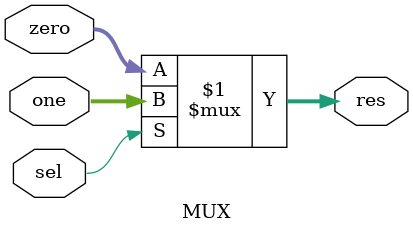
<source format=v>
`timescale 1ns / 1ps
module MUX #(parameter SIZE = 32) (
    input [SIZE - 1:0] zero,
    input [SIZE - 1:0] one,
    input sel,
    output [SIZE - 1:0] res
);

assign res = sel ? one : zero;

endmodule

</source>
